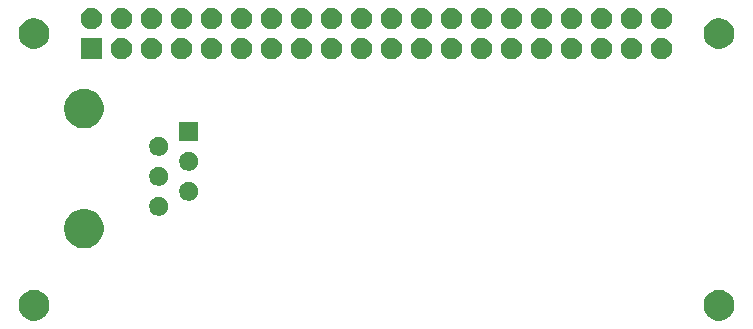
<source format=gbr>
G04 #@! TF.GenerationSoftware,KiCad,Pcbnew,5.1.5+dfsg1-2build2*
G04 #@! TF.CreationDate,2021-11-14T20:21:27+01:00*
G04 #@! TF.ProjectId,rpi-han-interface,7270692d-6861-46e2-9d69-6e7465726661,rev?*
G04 #@! TF.SameCoordinates,Original*
G04 #@! TF.FileFunction,Soldermask,Bot*
G04 #@! TF.FilePolarity,Negative*
%FSLAX46Y46*%
G04 Gerber Fmt 4.6, Leading zero omitted, Abs format (unit mm)*
G04 Created by KiCad (PCBNEW 5.1.5+dfsg1-2build2) date 2021-11-14 20:21:27*
%MOMM*%
%LPD*%
G04 APERTURE LIST*
%ADD10C,0.100000*%
G04 APERTURE END LIST*
D10*
G36*
X172889487Y-120173996D02*
G01*
X173126253Y-120272068D01*
X173126255Y-120272069D01*
X173339339Y-120414447D01*
X173520553Y-120595661D01*
X173662932Y-120808747D01*
X173761004Y-121045513D01*
X173811000Y-121296861D01*
X173811000Y-121553139D01*
X173761004Y-121804487D01*
X173662932Y-122041253D01*
X173662931Y-122041255D01*
X173520553Y-122254339D01*
X173339339Y-122435553D01*
X173126255Y-122577931D01*
X173126254Y-122577932D01*
X173126253Y-122577932D01*
X172889487Y-122676004D01*
X172638139Y-122726000D01*
X172381861Y-122726000D01*
X172130513Y-122676004D01*
X171893747Y-122577932D01*
X171893746Y-122577932D01*
X171893745Y-122577931D01*
X171680661Y-122435553D01*
X171499447Y-122254339D01*
X171357069Y-122041255D01*
X171357068Y-122041253D01*
X171258996Y-121804487D01*
X171209000Y-121553139D01*
X171209000Y-121296861D01*
X171258996Y-121045513D01*
X171357068Y-120808747D01*
X171499447Y-120595661D01*
X171680661Y-120414447D01*
X171893745Y-120272069D01*
X171893747Y-120272068D01*
X172130513Y-120173996D01*
X172381861Y-120124000D01*
X172638139Y-120124000D01*
X172889487Y-120173996D01*
G37*
G36*
X114889487Y-120173996D02*
G01*
X115126253Y-120272068D01*
X115126255Y-120272069D01*
X115339339Y-120414447D01*
X115520553Y-120595661D01*
X115662932Y-120808747D01*
X115761004Y-121045513D01*
X115811000Y-121296861D01*
X115811000Y-121553139D01*
X115761004Y-121804487D01*
X115662932Y-122041253D01*
X115662931Y-122041255D01*
X115520553Y-122254339D01*
X115339339Y-122435553D01*
X115126255Y-122577931D01*
X115126254Y-122577932D01*
X115126253Y-122577932D01*
X114889487Y-122676004D01*
X114638139Y-122726000D01*
X114381861Y-122726000D01*
X114130513Y-122676004D01*
X113893747Y-122577932D01*
X113893746Y-122577932D01*
X113893745Y-122577931D01*
X113680661Y-122435553D01*
X113499447Y-122254339D01*
X113357069Y-122041255D01*
X113357068Y-122041253D01*
X113258996Y-121804487D01*
X113209000Y-121553139D01*
X113209000Y-121296861D01*
X113258996Y-121045513D01*
X113357068Y-120808747D01*
X113499447Y-120595661D01*
X113680661Y-120414447D01*
X113893745Y-120272069D01*
X113893747Y-120272068D01*
X114130513Y-120173996D01*
X114381861Y-120124000D01*
X114638139Y-120124000D01*
X114889487Y-120173996D01*
G37*
G36*
X119233871Y-113323408D02*
G01*
X119538883Y-113449748D01*
X119813387Y-113633166D01*
X120046834Y-113866613D01*
X120230252Y-114141117D01*
X120356592Y-114446129D01*
X120421000Y-114769928D01*
X120421000Y-115100072D01*
X120356592Y-115423871D01*
X120230252Y-115728883D01*
X120046834Y-116003387D01*
X119813387Y-116236834D01*
X119538883Y-116420252D01*
X119233871Y-116546592D01*
X118910073Y-116611000D01*
X118579927Y-116611000D01*
X118256129Y-116546592D01*
X117951117Y-116420252D01*
X117676613Y-116236834D01*
X117443166Y-116003387D01*
X117259748Y-115728883D01*
X117133408Y-115423871D01*
X117069000Y-115100072D01*
X117069000Y-114769928D01*
X117133408Y-114446129D01*
X117259748Y-114141117D01*
X117443166Y-113866613D01*
X117676613Y-113633166D01*
X117951117Y-113449748D01*
X118256129Y-113323408D01*
X118579927Y-113259000D01*
X118910073Y-113259000D01*
X119233871Y-113323408D01*
G37*
G36*
X125331560Y-112255166D02*
G01*
X125479153Y-112316301D01*
X125611982Y-112405055D01*
X125724945Y-112518018D01*
X125813699Y-112650847D01*
X125874834Y-112798440D01*
X125906000Y-112955123D01*
X125906000Y-113114877D01*
X125874834Y-113271560D01*
X125813699Y-113419153D01*
X125724945Y-113551982D01*
X125611982Y-113664945D01*
X125479153Y-113753699D01*
X125479152Y-113753700D01*
X125479151Y-113753700D01*
X125331560Y-113814834D01*
X125174878Y-113846000D01*
X125015122Y-113846000D01*
X124858440Y-113814834D01*
X124710849Y-113753700D01*
X124710848Y-113753700D01*
X124710847Y-113753699D01*
X124578018Y-113664945D01*
X124465055Y-113551982D01*
X124376301Y-113419153D01*
X124315166Y-113271560D01*
X124284000Y-113114877D01*
X124284000Y-112955123D01*
X124315166Y-112798440D01*
X124376301Y-112650847D01*
X124465055Y-112518018D01*
X124578018Y-112405055D01*
X124710847Y-112316301D01*
X124858440Y-112255166D01*
X125015122Y-112224000D01*
X125174878Y-112224000D01*
X125331560Y-112255166D01*
G37*
G36*
X127871560Y-110985166D02*
G01*
X128019153Y-111046301D01*
X128151982Y-111135055D01*
X128264945Y-111248018D01*
X128353699Y-111380847D01*
X128414834Y-111528440D01*
X128446000Y-111685123D01*
X128446000Y-111844877D01*
X128414834Y-112001560D01*
X128353699Y-112149153D01*
X128264945Y-112281982D01*
X128151982Y-112394945D01*
X128019153Y-112483699D01*
X128019152Y-112483700D01*
X128019151Y-112483700D01*
X127871560Y-112544834D01*
X127714878Y-112576000D01*
X127555122Y-112576000D01*
X127398440Y-112544834D01*
X127250849Y-112483700D01*
X127250848Y-112483700D01*
X127250847Y-112483699D01*
X127118018Y-112394945D01*
X127005055Y-112281982D01*
X126916301Y-112149153D01*
X126855166Y-112001560D01*
X126824000Y-111844877D01*
X126824000Y-111685123D01*
X126855166Y-111528440D01*
X126916301Y-111380847D01*
X127005055Y-111248018D01*
X127118018Y-111135055D01*
X127250847Y-111046301D01*
X127398440Y-110985166D01*
X127555122Y-110954000D01*
X127714878Y-110954000D01*
X127871560Y-110985166D01*
G37*
G36*
X125331560Y-109715166D02*
G01*
X125479153Y-109776301D01*
X125611982Y-109865055D01*
X125724945Y-109978018D01*
X125813699Y-110110847D01*
X125874834Y-110258440D01*
X125906000Y-110415123D01*
X125906000Y-110574877D01*
X125874834Y-110731560D01*
X125813699Y-110879153D01*
X125724945Y-111011982D01*
X125611982Y-111124945D01*
X125479153Y-111213699D01*
X125479152Y-111213700D01*
X125479151Y-111213700D01*
X125331560Y-111274834D01*
X125174878Y-111306000D01*
X125015122Y-111306000D01*
X124858440Y-111274834D01*
X124710849Y-111213700D01*
X124710848Y-111213700D01*
X124710847Y-111213699D01*
X124578018Y-111124945D01*
X124465055Y-111011982D01*
X124376301Y-110879153D01*
X124315166Y-110731560D01*
X124284000Y-110574877D01*
X124284000Y-110415123D01*
X124315166Y-110258440D01*
X124376301Y-110110847D01*
X124465055Y-109978018D01*
X124578018Y-109865055D01*
X124710847Y-109776301D01*
X124858440Y-109715166D01*
X125015122Y-109684000D01*
X125174878Y-109684000D01*
X125331560Y-109715166D01*
G37*
G36*
X127871560Y-108445166D02*
G01*
X128019153Y-108506301D01*
X128151982Y-108595055D01*
X128264945Y-108708018D01*
X128353699Y-108840847D01*
X128414834Y-108988440D01*
X128446000Y-109145123D01*
X128446000Y-109304877D01*
X128414834Y-109461560D01*
X128353699Y-109609153D01*
X128264945Y-109741982D01*
X128151982Y-109854945D01*
X128019153Y-109943699D01*
X128019152Y-109943700D01*
X128019151Y-109943700D01*
X127871560Y-110004834D01*
X127714878Y-110036000D01*
X127555122Y-110036000D01*
X127398440Y-110004834D01*
X127250849Y-109943700D01*
X127250848Y-109943700D01*
X127250847Y-109943699D01*
X127118018Y-109854945D01*
X127005055Y-109741982D01*
X126916301Y-109609153D01*
X126855166Y-109461560D01*
X126824000Y-109304877D01*
X126824000Y-109145123D01*
X126855166Y-108988440D01*
X126916301Y-108840847D01*
X127005055Y-108708018D01*
X127118018Y-108595055D01*
X127250847Y-108506301D01*
X127398440Y-108445166D01*
X127555122Y-108414000D01*
X127714878Y-108414000D01*
X127871560Y-108445166D01*
G37*
G36*
X125331560Y-107175166D02*
G01*
X125479153Y-107236301D01*
X125611982Y-107325055D01*
X125724945Y-107438018D01*
X125813699Y-107570847D01*
X125874834Y-107718440D01*
X125906000Y-107875123D01*
X125906000Y-108034877D01*
X125874834Y-108191560D01*
X125813699Y-108339153D01*
X125724945Y-108471982D01*
X125611982Y-108584945D01*
X125479153Y-108673699D01*
X125479152Y-108673700D01*
X125479151Y-108673700D01*
X125331560Y-108734834D01*
X125174878Y-108766000D01*
X125015122Y-108766000D01*
X124858440Y-108734834D01*
X124710849Y-108673700D01*
X124710848Y-108673700D01*
X124710847Y-108673699D01*
X124578018Y-108584945D01*
X124465055Y-108471982D01*
X124376301Y-108339153D01*
X124315166Y-108191560D01*
X124284000Y-108034877D01*
X124284000Y-107875123D01*
X124315166Y-107718440D01*
X124376301Y-107570847D01*
X124465055Y-107438018D01*
X124578018Y-107325055D01*
X124710847Y-107236301D01*
X124858440Y-107175166D01*
X125015122Y-107144000D01*
X125174878Y-107144000D01*
X125331560Y-107175166D01*
G37*
G36*
X128446000Y-107496000D02*
G01*
X126824000Y-107496000D01*
X126824000Y-105874000D01*
X128446000Y-105874000D01*
X128446000Y-107496000D01*
G37*
G36*
X119071971Y-103131204D02*
G01*
X119233871Y-103163408D01*
X119538883Y-103289748D01*
X119813387Y-103473166D01*
X120046834Y-103706613D01*
X120230252Y-103981117D01*
X120356592Y-104286129D01*
X120421000Y-104609928D01*
X120421000Y-104940072D01*
X120356592Y-105263871D01*
X120230252Y-105568883D01*
X120046834Y-105843387D01*
X119813387Y-106076834D01*
X119538883Y-106260252D01*
X119233871Y-106386592D01*
X119071971Y-106418796D01*
X118910073Y-106451000D01*
X118579927Y-106451000D01*
X118418029Y-106418796D01*
X118256129Y-106386592D01*
X117951117Y-106260252D01*
X117676613Y-106076834D01*
X117443166Y-105843387D01*
X117259748Y-105568883D01*
X117133408Y-105263871D01*
X117069000Y-104940072D01*
X117069000Y-104609928D01*
X117133408Y-104286129D01*
X117259748Y-103981117D01*
X117443166Y-103706613D01*
X117676613Y-103473166D01*
X117951117Y-103289748D01*
X118256129Y-103163408D01*
X118418029Y-103131204D01*
X118579927Y-103099000D01*
X118910073Y-103099000D01*
X119071971Y-103131204D01*
G37*
G36*
X142353512Y-98798927D02*
G01*
X142502812Y-98828624D01*
X142666784Y-98896544D01*
X142814354Y-98995147D01*
X142939853Y-99120646D01*
X143038456Y-99268216D01*
X143106376Y-99432188D01*
X143141000Y-99606259D01*
X143141000Y-99783741D01*
X143106376Y-99957812D01*
X143038456Y-100121784D01*
X142939853Y-100269354D01*
X142814354Y-100394853D01*
X142666784Y-100493456D01*
X142502812Y-100561376D01*
X142353512Y-100591073D01*
X142328742Y-100596000D01*
X142151258Y-100596000D01*
X142126488Y-100591073D01*
X141977188Y-100561376D01*
X141813216Y-100493456D01*
X141665646Y-100394853D01*
X141540147Y-100269354D01*
X141441544Y-100121784D01*
X141373624Y-99957812D01*
X141339000Y-99783741D01*
X141339000Y-99606259D01*
X141373624Y-99432188D01*
X141441544Y-99268216D01*
X141540147Y-99120646D01*
X141665646Y-98995147D01*
X141813216Y-98896544D01*
X141977188Y-98828624D01*
X142126488Y-98798927D01*
X142151258Y-98794000D01*
X142328742Y-98794000D01*
X142353512Y-98798927D01*
G37*
G36*
X157593512Y-98798927D02*
G01*
X157742812Y-98828624D01*
X157906784Y-98896544D01*
X158054354Y-98995147D01*
X158179853Y-99120646D01*
X158278456Y-99268216D01*
X158346376Y-99432188D01*
X158381000Y-99606259D01*
X158381000Y-99783741D01*
X158346376Y-99957812D01*
X158278456Y-100121784D01*
X158179853Y-100269354D01*
X158054354Y-100394853D01*
X157906784Y-100493456D01*
X157742812Y-100561376D01*
X157593512Y-100591073D01*
X157568742Y-100596000D01*
X157391258Y-100596000D01*
X157366488Y-100591073D01*
X157217188Y-100561376D01*
X157053216Y-100493456D01*
X156905646Y-100394853D01*
X156780147Y-100269354D01*
X156681544Y-100121784D01*
X156613624Y-99957812D01*
X156579000Y-99783741D01*
X156579000Y-99606259D01*
X156613624Y-99432188D01*
X156681544Y-99268216D01*
X156780147Y-99120646D01*
X156905646Y-98995147D01*
X157053216Y-98896544D01*
X157217188Y-98828624D01*
X157366488Y-98798927D01*
X157391258Y-98794000D01*
X157568742Y-98794000D01*
X157593512Y-98798927D01*
G37*
G36*
X144893512Y-98798927D02*
G01*
X145042812Y-98828624D01*
X145206784Y-98896544D01*
X145354354Y-98995147D01*
X145479853Y-99120646D01*
X145578456Y-99268216D01*
X145646376Y-99432188D01*
X145681000Y-99606259D01*
X145681000Y-99783741D01*
X145646376Y-99957812D01*
X145578456Y-100121784D01*
X145479853Y-100269354D01*
X145354354Y-100394853D01*
X145206784Y-100493456D01*
X145042812Y-100561376D01*
X144893512Y-100591073D01*
X144868742Y-100596000D01*
X144691258Y-100596000D01*
X144666488Y-100591073D01*
X144517188Y-100561376D01*
X144353216Y-100493456D01*
X144205646Y-100394853D01*
X144080147Y-100269354D01*
X143981544Y-100121784D01*
X143913624Y-99957812D01*
X143879000Y-99783741D01*
X143879000Y-99606259D01*
X143913624Y-99432188D01*
X143981544Y-99268216D01*
X144080147Y-99120646D01*
X144205646Y-98995147D01*
X144353216Y-98896544D01*
X144517188Y-98828624D01*
X144666488Y-98798927D01*
X144691258Y-98794000D01*
X144868742Y-98794000D01*
X144893512Y-98798927D01*
G37*
G36*
X147433512Y-98798927D02*
G01*
X147582812Y-98828624D01*
X147746784Y-98896544D01*
X147894354Y-98995147D01*
X148019853Y-99120646D01*
X148118456Y-99268216D01*
X148186376Y-99432188D01*
X148221000Y-99606259D01*
X148221000Y-99783741D01*
X148186376Y-99957812D01*
X148118456Y-100121784D01*
X148019853Y-100269354D01*
X147894354Y-100394853D01*
X147746784Y-100493456D01*
X147582812Y-100561376D01*
X147433512Y-100591073D01*
X147408742Y-100596000D01*
X147231258Y-100596000D01*
X147206488Y-100591073D01*
X147057188Y-100561376D01*
X146893216Y-100493456D01*
X146745646Y-100394853D01*
X146620147Y-100269354D01*
X146521544Y-100121784D01*
X146453624Y-99957812D01*
X146419000Y-99783741D01*
X146419000Y-99606259D01*
X146453624Y-99432188D01*
X146521544Y-99268216D01*
X146620147Y-99120646D01*
X146745646Y-98995147D01*
X146893216Y-98896544D01*
X147057188Y-98828624D01*
X147206488Y-98798927D01*
X147231258Y-98794000D01*
X147408742Y-98794000D01*
X147433512Y-98798927D01*
G37*
G36*
X149973512Y-98798927D02*
G01*
X150122812Y-98828624D01*
X150286784Y-98896544D01*
X150434354Y-98995147D01*
X150559853Y-99120646D01*
X150658456Y-99268216D01*
X150726376Y-99432188D01*
X150761000Y-99606259D01*
X150761000Y-99783741D01*
X150726376Y-99957812D01*
X150658456Y-100121784D01*
X150559853Y-100269354D01*
X150434354Y-100394853D01*
X150286784Y-100493456D01*
X150122812Y-100561376D01*
X149973512Y-100591073D01*
X149948742Y-100596000D01*
X149771258Y-100596000D01*
X149746488Y-100591073D01*
X149597188Y-100561376D01*
X149433216Y-100493456D01*
X149285646Y-100394853D01*
X149160147Y-100269354D01*
X149061544Y-100121784D01*
X148993624Y-99957812D01*
X148959000Y-99783741D01*
X148959000Y-99606259D01*
X148993624Y-99432188D01*
X149061544Y-99268216D01*
X149160147Y-99120646D01*
X149285646Y-98995147D01*
X149433216Y-98896544D01*
X149597188Y-98828624D01*
X149746488Y-98798927D01*
X149771258Y-98794000D01*
X149948742Y-98794000D01*
X149973512Y-98798927D01*
G37*
G36*
X152513512Y-98798927D02*
G01*
X152662812Y-98828624D01*
X152826784Y-98896544D01*
X152974354Y-98995147D01*
X153099853Y-99120646D01*
X153198456Y-99268216D01*
X153266376Y-99432188D01*
X153301000Y-99606259D01*
X153301000Y-99783741D01*
X153266376Y-99957812D01*
X153198456Y-100121784D01*
X153099853Y-100269354D01*
X152974354Y-100394853D01*
X152826784Y-100493456D01*
X152662812Y-100561376D01*
X152513512Y-100591073D01*
X152488742Y-100596000D01*
X152311258Y-100596000D01*
X152286488Y-100591073D01*
X152137188Y-100561376D01*
X151973216Y-100493456D01*
X151825646Y-100394853D01*
X151700147Y-100269354D01*
X151601544Y-100121784D01*
X151533624Y-99957812D01*
X151499000Y-99783741D01*
X151499000Y-99606259D01*
X151533624Y-99432188D01*
X151601544Y-99268216D01*
X151700147Y-99120646D01*
X151825646Y-98995147D01*
X151973216Y-98896544D01*
X152137188Y-98828624D01*
X152286488Y-98798927D01*
X152311258Y-98794000D01*
X152488742Y-98794000D01*
X152513512Y-98798927D01*
G37*
G36*
X155053512Y-98798927D02*
G01*
X155202812Y-98828624D01*
X155366784Y-98896544D01*
X155514354Y-98995147D01*
X155639853Y-99120646D01*
X155738456Y-99268216D01*
X155806376Y-99432188D01*
X155841000Y-99606259D01*
X155841000Y-99783741D01*
X155806376Y-99957812D01*
X155738456Y-100121784D01*
X155639853Y-100269354D01*
X155514354Y-100394853D01*
X155366784Y-100493456D01*
X155202812Y-100561376D01*
X155053512Y-100591073D01*
X155028742Y-100596000D01*
X154851258Y-100596000D01*
X154826488Y-100591073D01*
X154677188Y-100561376D01*
X154513216Y-100493456D01*
X154365646Y-100394853D01*
X154240147Y-100269354D01*
X154141544Y-100121784D01*
X154073624Y-99957812D01*
X154039000Y-99783741D01*
X154039000Y-99606259D01*
X154073624Y-99432188D01*
X154141544Y-99268216D01*
X154240147Y-99120646D01*
X154365646Y-98995147D01*
X154513216Y-98896544D01*
X154677188Y-98828624D01*
X154826488Y-98798927D01*
X154851258Y-98794000D01*
X155028742Y-98794000D01*
X155053512Y-98798927D01*
G37*
G36*
X160133512Y-98798927D02*
G01*
X160282812Y-98828624D01*
X160446784Y-98896544D01*
X160594354Y-98995147D01*
X160719853Y-99120646D01*
X160818456Y-99268216D01*
X160886376Y-99432188D01*
X160921000Y-99606259D01*
X160921000Y-99783741D01*
X160886376Y-99957812D01*
X160818456Y-100121784D01*
X160719853Y-100269354D01*
X160594354Y-100394853D01*
X160446784Y-100493456D01*
X160282812Y-100561376D01*
X160133512Y-100591073D01*
X160108742Y-100596000D01*
X159931258Y-100596000D01*
X159906488Y-100591073D01*
X159757188Y-100561376D01*
X159593216Y-100493456D01*
X159445646Y-100394853D01*
X159320147Y-100269354D01*
X159221544Y-100121784D01*
X159153624Y-99957812D01*
X159119000Y-99783741D01*
X159119000Y-99606259D01*
X159153624Y-99432188D01*
X159221544Y-99268216D01*
X159320147Y-99120646D01*
X159445646Y-98995147D01*
X159593216Y-98896544D01*
X159757188Y-98828624D01*
X159906488Y-98798927D01*
X159931258Y-98794000D01*
X160108742Y-98794000D01*
X160133512Y-98798927D01*
G37*
G36*
X162673512Y-98798927D02*
G01*
X162822812Y-98828624D01*
X162986784Y-98896544D01*
X163134354Y-98995147D01*
X163259853Y-99120646D01*
X163358456Y-99268216D01*
X163426376Y-99432188D01*
X163461000Y-99606259D01*
X163461000Y-99783741D01*
X163426376Y-99957812D01*
X163358456Y-100121784D01*
X163259853Y-100269354D01*
X163134354Y-100394853D01*
X162986784Y-100493456D01*
X162822812Y-100561376D01*
X162673512Y-100591073D01*
X162648742Y-100596000D01*
X162471258Y-100596000D01*
X162446488Y-100591073D01*
X162297188Y-100561376D01*
X162133216Y-100493456D01*
X161985646Y-100394853D01*
X161860147Y-100269354D01*
X161761544Y-100121784D01*
X161693624Y-99957812D01*
X161659000Y-99783741D01*
X161659000Y-99606259D01*
X161693624Y-99432188D01*
X161761544Y-99268216D01*
X161860147Y-99120646D01*
X161985646Y-98995147D01*
X162133216Y-98896544D01*
X162297188Y-98828624D01*
X162446488Y-98798927D01*
X162471258Y-98794000D01*
X162648742Y-98794000D01*
X162673512Y-98798927D01*
G37*
G36*
X167753512Y-98798927D02*
G01*
X167902812Y-98828624D01*
X168066784Y-98896544D01*
X168214354Y-98995147D01*
X168339853Y-99120646D01*
X168438456Y-99268216D01*
X168506376Y-99432188D01*
X168541000Y-99606259D01*
X168541000Y-99783741D01*
X168506376Y-99957812D01*
X168438456Y-100121784D01*
X168339853Y-100269354D01*
X168214354Y-100394853D01*
X168066784Y-100493456D01*
X167902812Y-100561376D01*
X167753512Y-100591073D01*
X167728742Y-100596000D01*
X167551258Y-100596000D01*
X167526488Y-100591073D01*
X167377188Y-100561376D01*
X167213216Y-100493456D01*
X167065646Y-100394853D01*
X166940147Y-100269354D01*
X166841544Y-100121784D01*
X166773624Y-99957812D01*
X166739000Y-99783741D01*
X166739000Y-99606259D01*
X166773624Y-99432188D01*
X166841544Y-99268216D01*
X166940147Y-99120646D01*
X167065646Y-98995147D01*
X167213216Y-98896544D01*
X167377188Y-98828624D01*
X167526488Y-98798927D01*
X167551258Y-98794000D01*
X167728742Y-98794000D01*
X167753512Y-98798927D01*
G37*
G36*
X137273512Y-98798927D02*
G01*
X137422812Y-98828624D01*
X137586784Y-98896544D01*
X137734354Y-98995147D01*
X137859853Y-99120646D01*
X137958456Y-99268216D01*
X138026376Y-99432188D01*
X138061000Y-99606259D01*
X138061000Y-99783741D01*
X138026376Y-99957812D01*
X137958456Y-100121784D01*
X137859853Y-100269354D01*
X137734354Y-100394853D01*
X137586784Y-100493456D01*
X137422812Y-100561376D01*
X137273512Y-100591073D01*
X137248742Y-100596000D01*
X137071258Y-100596000D01*
X137046488Y-100591073D01*
X136897188Y-100561376D01*
X136733216Y-100493456D01*
X136585646Y-100394853D01*
X136460147Y-100269354D01*
X136361544Y-100121784D01*
X136293624Y-99957812D01*
X136259000Y-99783741D01*
X136259000Y-99606259D01*
X136293624Y-99432188D01*
X136361544Y-99268216D01*
X136460147Y-99120646D01*
X136585646Y-98995147D01*
X136733216Y-98896544D01*
X136897188Y-98828624D01*
X137046488Y-98798927D01*
X137071258Y-98794000D01*
X137248742Y-98794000D01*
X137273512Y-98798927D01*
G37*
G36*
X134733512Y-98798927D02*
G01*
X134882812Y-98828624D01*
X135046784Y-98896544D01*
X135194354Y-98995147D01*
X135319853Y-99120646D01*
X135418456Y-99268216D01*
X135486376Y-99432188D01*
X135521000Y-99606259D01*
X135521000Y-99783741D01*
X135486376Y-99957812D01*
X135418456Y-100121784D01*
X135319853Y-100269354D01*
X135194354Y-100394853D01*
X135046784Y-100493456D01*
X134882812Y-100561376D01*
X134733512Y-100591073D01*
X134708742Y-100596000D01*
X134531258Y-100596000D01*
X134506488Y-100591073D01*
X134357188Y-100561376D01*
X134193216Y-100493456D01*
X134045646Y-100394853D01*
X133920147Y-100269354D01*
X133821544Y-100121784D01*
X133753624Y-99957812D01*
X133719000Y-99783741D01*
X133719000Y-99606259D01*
X133753624Y-99432188D01*
X133821544Y-99268216D01*
X133920147Y-99120646D01*
X134045646Y-98995147D01*
X134193216Y-98896544D01*
X134357188Y-98828624D01*
X134506488Y-98798927D01*
X134531258Y-98794000D01*
X134708742Y-98794000D01*
X134733512Y-98798927D01*
G37*
G36*
X132193512Y-98798927D02*
G01*
X132342812Y-98828624D01*
X132506784Y-98896544D01*
X132654354Y-98995147D01*
X132779853Y-99120646D01*
X132878456Y-99268216D01*
X132946376Y-99432188D01*
X132981000Y-99606259D01*
X132981000Y-99783741D01*
X132946376Y-99957812D01*
X132878456Y-100121784D01*
X132779853Y-100269354D01*
X132654354Y-100394853D01*
X132506784Y-100493456D01*
X132342812Y-100561376D01*
X132193512Y-100591073D01*
X132168742Y-100596000D01*
X131991258Y-100596000D01*
X131966488Y-100591073D01*
X131817188Y-100561376D01*
X131653216Y-100493456D01*
X131505646Y-100394853D01*
X131380147Y-100269354D01*
X131281544Y-100121784D01*
X131213624Y-99957812D01*
X131179000Y-99783741D01*
X131179000Y-99606259D01*
X131213624Y-99432188D01*
X131281544Y-99268216D01*
X131380147Y-99120646D01*
X131505646Y-98995147D01*
X131653216Y-98896544D01*
X131817188Y-98828624D01*
X131966488Y-98798927D01*
X131991258Y-98794000D01*
X132168742Y-98794000D01*
X132193512Y-98798927D01*
G37*
G36*
X129653512Y-98798927D02*
G01*
X129802812Y-98828624D01*
X129966784Y-98896544D01*
X130114354Y-98995147D01*
X130239853Y-99120646D01*
X130338456Y-99268216D01*
X130406376Y-99432188D01*
X130441000Y-99606259D01*
X130441000Y-99783741D01*
X130406376Y-99957812D01*
X130338456Y-100121784D01*
X130239853Y-100269354D01*
X130114354Y-100394853D01*
X129966784Y-100493456D01*
X129802812Y-100561376D01*
X129653512Y-100591073D01*
X129628742Y-100596000D01*
X129451258Y-100596000D01*
X129426488Y-100591073D01*
X129277188Y-100561376D01*
X129113216Y-100493456D01*
X128965646Y-100394853D01*
X128840147Y-100269354D01*
X128741544Y-100121784D01*
X128673624Y-99957812D01*
X128639000Y-99783741D01*
X128639000Y-99606259D01*
X128673624Y-99432188D01*
X128741544Y-99268216D01*
X128840147Y-99120646D01*
X128965646Y-98995147D01*
X129113216Y-98896544D01*
X129277188Y-98828624D01*
X129426488Y-98798927D01*
X129451258Y-98794000D01*
X129628742Y-98794000D01*
X129653512Y-98798927D01*
G37*
G36*
X127113512Y-98798927D02*
G01*
X127262812Y-98828624D01*
X127426784Y-98896544D01*
X127574354Y-98995147D01*
X127699853Y-99120646D01*
X127798456Y-99268216D01*
X127866376Y-99432188D01*
X127901000Y-99606259D01*
X127901000Y-99783741D01*
X127866376Y-99957812D01*
X127798456Y-100121784D01*
X127699853Y-100269354D01*
X127574354Y-100394853D01*
X127426784Y-100493456D01*
X127262812Y-100561376D01*
X127113512Y-100591073D01*
X127088742Y-100596000D01*
X126911258Y-100596000D01*
X126886488Y-100591073D01*
X126737188Y-100561376D01*
X126573216Y-100493456D01*
X126425646Y-100394853D01*
X126300147Y-100269354D01*
X126201544Y-100121784D01*
X126133624Y-99957812D01*
X126099000Y-99783741D01*
X126099000Y-99606259D01*
X126133624Y-99432188D01*
X126201544Y-99268216D01*
X126300147Y-99120646D01*
X126425646Y-98995147D01*
X126573216Y-98896544D01*
X126737188Y-98828624D01*
X126886488Y-98798927D01*
X126911258Y-98794000D01*
X127088742Y-98794000D01*
X127113512Y-98798927D01*
G37*
G36*
X124573512Y-98798927D02*
G01*
X124722812Y-98828624D01*
X124886784Y-98896544D01*
X125034354Y-98995147D01*
X125159853Y-99120646D01*
X125258456Y-99268216D01*
X125326376Y-99432188D01*
X125361000Y-99606259D01*
X125361000Y-99783741D01*
X125326376Y-99957812D01*
X125258456Y-100121784D01*
X125159853Y-100269354D01*
X125034354Y-100394853D01*
X124886784Y-100493456D01*
X124722812Y-100561376D01*
X124573512Y-100591073D01*
X124548742Y-100596000D01*
X124371258Y-100596000D01*
X124346488Y-100591073D01*
X124197188Y-100561376D01*
X124033216Y-100493456D01*
X123885646Y-100394853D01*
X123760147Y-100269354D01*
X123661544Y-100121784D01*
X123593624Y-99957812D01*
X123559000Y-99783741D01*
X123559000Y-99606259D01*
X123593624Y-99432188D01*
X123661544Y-99268216D01*
X123760147Y-99120646D01*
X123885646Y-98995147D01*
X124033216Y-98896544D01*
X124197188Y-98828624D01*
X124346488Y-98798927D01*
X124371258Y-98794000D01*
X124548742Y-98794000D01*
X124573512Y-98798927D01*
G37*
G36*
X122033512Y-98798927D02*
G01*
X122182812Y-98828624D01*
X122346784Y-98896544D01*
X122494354Y-98995147D01*
X122619853Y-99120646D01*
X122718456Y-99268216D01*
X122786376Y-99432188D01*
X122821000Y-99606259D01*
X122821000Y-99783741D01*
X122786376Y-99957812D01*
X122718456Y-100121784D01*
X122619853Y-100269354D01*
X122494354Y-100394853D01*
X122346784Y-100493456D01*
X122182812Y-100561376D01*
X122033512Y-100591073D01*
X122008742Y-100596000D01*
X121831258Y-100596000D01*
X121806488Y-100591073D01*
X121657188Y-100561376D01*
X121493216Y-100493456D01*
X121345646Y-100394853D01*
X121220147Y-100269354D01*
X121121544Y-100121784D01*
X121053624Y-99957812D01*
X121019000Y-99783741D01*
X121019000Y-99606259D01*
X121053624Y-99432188D01*
X121121544Y-99268216D01*
X121220147Y-99120646D01*
X121345646Y-98995147D01*
X121493216Y-98896544D01*
X121657188Y-98828624D01*
X121806488Y-98798927D01*
X121831258Y-98794000D01*
X122008742Y-98794000D01*
X122033512Y-98798927D01*
G37*
G36*
X165213512Y-98798927D02*
G01*
X165362812Y-98828624D01*
X165526784Y-98896544D01*
X165674354Y-98995147D01*
X165799853Y-99120646D01*
X165898456Y-99268216D01*
X165966376Y-99432188D01*
X166001000Y-99606259D01*
X166001000Y-99783741D01*
X165966376Y-99957812D01*
X165898456Y-100121784D01*
X165799853Y-100269354D01*
X165674354Y-100394853D01*
X165526784Y-100493456D01*
X165362812Y-100561376D01*
X165213512Y-100591073D01*
X165188742Y-100596000D01*
X165011258Y-100596000D01*
X164986488Y-100591073D01*
X164837188Y-100561376D01*
X164673216Y-100493456D01*
X164525646Y-100394853D01*
X164400147Y-100269354D01*
X164301544Y-100121784D01*
X164233624Y-99957812D01*
X164199000Y-99783741D01*
X164199000Y-99606259D01*
X164233624Y-99432188D01*
X164301544Y-99268216D01*
X164400147Y-99120646D01*
X164525646Y-98995147D01*
X164673216Y-98896544D01*
X164837188Y-98828624D01*
X164986488Y-98798927D01*
X165011258Y-98794000D01*
X165188742Y-98794000D01*
X165213512Y-98798927D01*
G37*
G36*
X120281000Y-100596000D02*
G01*
X118479000Y-100596000D01*
X118479000Y-98794000D01*
X120281000Y-98794000D01*
X120281000Y-100596000D01*
G37*
G36*
X139813512Y-98798927D02*
G01*
X139962812Y-98828624D01*
X140126784Y-98896544D01*
X140274354Y-98995147D01*
X140399853Y-99120646D01*
X140498456Y-99268216D01*
X140566376Y-99432188D01*
X140601000Y-99606259D01*
X140601000Y-99783741D01*
X140566376Y-99957812D01*
X140498456Y-100121784D01*
X140399853Y-100269354D01*
X140274354Y-100394853D01*
X140126784Y-100493456D01*
X139962812Y-100561376D01*
X139813512Y-100591073D01*
X139788742Y-100596000D01*
X139611258Y-100596000D01*
X139586488Y-100591073D01*
X139437188Y-100561376D01*
X139273216Y-100493456D01*
X139125646Y-100394853D01*
X139000147Y-100269354D01*
X138901544Y-100121784D01*
X138833624Y-99957812D01*
X138799000Y-99783741D01*
X138799000Y-99606259D01*
X138833624Y-99432188D01*
X138901544Y-99268216D01*
X139000147Y-99120646D01*
X139125646Y-98995147D01*
X139273216Y-98896544D01*
X139437188Y-98828624D01*
X139586488Y-98798927D01*
X139611258Y-98794000D01*
X139788742Y-98794000D01*
X139813512Y-98798927D01*
G37*
G36*
X172889487Y-97173996D02*
G01*
X173057868Y-97243742D01*
X173126255Y-97272069D01*
X173339339Y-97414447D01*
X173520553Y-97595661D01*
X173609884Y-97729354D01*
X173662932Y-97808747D01*
X173761004Y-98045513D01*
X173811000Y-98296861D01*
X173811000Y-98553139D01*
X173761004Y-98804487D01*
X173682030Y-98995147D01*
X173662931Y-99041255D01*
X173520553Y-99254339D01*
X173339339Y-99435553D01*
X173126255Y-99577931D01*
X173126254Y-99577932D01*
X173126253Y-99577932D01*
X172889487Y-99676004D01*
X172638139Y-99726000D01*
X172381861Y-99726000D01*
X172130513Y-99676004D01*
X171893747Y-99577932D01*
X171893746Y-99577932D01*
X171893745Y-99577931D01*
X171680661Y-99435553D01*
X171499447Y-99254339D01*
X171357069Y-99041255D01*
X171337970Y-98995147D01*
X171258996Y-98804487D01*
X171209000Y-98553139D01*
X171209000Y-98296861D01*
X171258996Y-98045513D01*
X171357068Y-97808747D01*
X171410117Y-97729354D01*
X171499447Y-97595661D01*
X171680661Y-97414447D01*
X171893745Y-97272069D01*
X171962132Y-97243742D01*
X172130513Y-97173996D01*
X172381861Y-97124000D01*
X172638139Y-97124000D01*
X172889487Y-97173996D01*
G37*
G36*
X114889487Y-97173996D02*
G01*
X115057868Y-97243742D01*
X115126255Y-97272069D01*
X115339339Y-97414447D01*
X115520553Y-97595661D01*
X115609884Y-97729354D01*
X115662932Y-97808747D01*
X115761004Y-98045513D01*
X115811000Y-98296861D01*
X115811000Y-98553139D01*
X115761004Y-98804487D01*
X115682030Y-98995147D01*
X115662931Y-99041255D01*
X115520553Y-99254339D01*
X115339339Y-99435553D01*
X115126255Y-99577931D01*
X115126254Y-99577932D01*
X115126253Y-99577932D01*
X114889487Y-99676004D01*
X114638139Y-99726000D01*
X114381861Y-99726000D01*
X114130513Y-99676004D01*
X113893747Y-99577932D01*
X113893746Y-99577932D01*
X113893745Y-99577931D01*
X113680661Y-99435553D01*
X113499447Y-99254339D01*
X113357069Y-99041255D01*
X113337970Y-98995147D01*
X113258996Y-98804487D01*
X113209000Y-98553139D01*
X113209000Y-98296861D01*
X113258996Y-98045513D01*
X113357068Y-97808747D01*
X113410117Y-97729354D01*
X113499447Y-97595661D01*
X113680661Y-97414447D01*
X113893745Y-97272069D01*
X113962132Y-97243742D01*
X114130513Y-97173996D01*
X114381861Y-97124000D01*
X114638139Y-97124000D01*
X114889487Y-97173996D01*
G37*
G36*
X155053512Y-96258927D02*
G01*
X155202812Y-96288624D01*
X155366784Y-96356544D01*
X155514354Y-96455147D01*
X155639853Y-96580646D01*
X155738456Y-96728216D01*
X155806376Y-96892188D01*
X155841000Y-97066259D01*
X155841000Y-97243741D01*
X155806376Y-97417812D01*
X155738456Y-97581784D01*
X155639853Y-97729354D01*
X155514354Y-97854853D01*
X155366784Y-97953456D01*
X155202812Y-98021376D01*
X155053512Y-98051073D01*
X155028742Y-98056000D01*
X154851258Y-98056000D01*
X154826488Y-98051073D01*
X154677188Y-98021376D01*
X154513216Y-97953456D01*
X154365646Y-97854853D01*
X154240147Y-97729354D01*
X154141544Y-97581784D01*
X154073624Y-97417812D01*
X154039000Y-97243741D01*
X154039000Y-97066259D01*
X154073624Y-96892188D01*
X154141544Y-96728216D01*
X154240147Y-96580646D01*
X154365646Y-96455147D01*
X154513216Y-96356544D01*
X154677188Y-96288624D01*
X154826488Y-96258927D01*
X154851258Y-96254000D01*
X155028742Y-96254000D01*
X155053512Y-96258927D01*
G37*
G36*
X157593512Y-96258927D02*
G01*
X157742812Y-96288624D01*
X157906784Y-96356544D01*
X158054354Y-96455147D01*
X158179853Y-96580646D01*
X158278456Y-96728216D01*
X158346376Y-96892188D01*
X158381000Y-97066259D01*
X158381000Y-97243741D01*
X158346376Y-97417812D01*
X158278456Y-97581784D01*
X158179853Y-97729354D01*
X158054354Y-97854853D01*
X157906784Y-97953456D01*
X157742812Y-98021376D01*
X157593512Y-98051073D01*
X157568742Y-98056000D01*
X157391258Y-98056000D01*
X157366488Y-98051073D01*
X157217188Y-98021376D01*
X157053216Y-97953456D01*
X156905646Y-97854853D01*
X156780147Y-97729354D01*
X156681544Y-97581784D01*
X156613624Y-97417812D01*
X156579000Y-97243741D01*
X156579000Y-97066259D01*
X156613624Y-96892188D01*
X156681544Y-96728216D01*
X156780147Y-96580646D01*
X156905646Y-96455147D01*
X157053216Y-96356544D01*
X157217188Y-96288624D01*
X157366488Y-96258927D01*
X157391258Y-96254000D01*
X157568742Y-96254000D01*
X157593512Y-96258927D01*
G37*
G36*
X144893512Y-96258927D02*
G01*
X145042812Y-96288624D01*
X145206784Y-96356544D01*
X145354354Y-96455147D01*
X145479853Y-96580646D01*
X145578456Y-96728216D01*
X145646376Y-96892188D01*
X145681000Y-97066259D01*
X145681000Y-97243741D01*
X145646376Y-97417812D01*
X145578456Y-97581784D01*
X145479853Y-97729354D01*
X145354354Y-97854853D01*
X145206784Y-97953456D01*
X145042812Y-98021376D01*
X144893512Y-98051073D01*
X144868742Y-98056000D01*
X144691258Y-98056000D01*
X144666488Y-98051073D01*
X144517188Y-98021376D01*
X144353216Y-97953456D01*
X144205646Y-97854853D01*
X144080147Y-97729354D01*
X143981544Y-97581784D01*
X143913624Y-97417812D01*
X143879000Y-97243741D01*
X143879000Y-97066259D01*
X143913624Y-96892188D01*
X143981544Y-96728216D01*
X144080147Y-96580646D01*
X144205646Y-96455147D01*
X144353216Y-96356544D01*
X144517188Y-96288624D01*
X144666488Y-96258927D01*
X144691258Y-96254000D01*
X144868742Y-96254000D01*
X144893512Y-96258927D01*
G37*
G36*
X142353512Y-96258927D02*
G01*
X142502812Y-96288624D01*
X142666784Y-96356544D01*
X142814354Y-96455147D01*
X142939853Y-96580646D01*
X143038456Y-96728216D01*
X143106376Y-96892188D01*
X143141000Y-97066259D01*
X143141000Y-97243741D01*
X143106376Y-97417812D01*
X143038456Y-97581784D01*
X142939853Y-97729354D01*
X142814354Y-97854853D01*
X142666784Y-97953456D01*
X142502812Y-98021376D01*
X142353512Y-98051073D01*
X142328742Y-98056000D01*
X142151258Y-98056000D01*
X142126488Y-98051073D01*
X141977188Y-98021376D01*
X141813216Y-97953456D01*
X141665646Y-97854853D01*
X141540147Y-97729354D01*
X141441544Y-97581784D01*
X141373624Y-97417812D01*
X141339000Y-97243741D01*
X141339000Y-97066259D01*
X141373624Y-96892188D01*
X141441544Y-96728216D01*
X141540147Y-96580646D01*
X141665646Y-96455147D01*
X141813216Y-96356544D01*
X141977188Y-96288624D01*
X142126488Y-96258927D01*
X142151258Y-96254000D01*
X142328742Y-96254000D01*
X142353512Y-96258927D01*
G37*
G36*
X139813512Y-96258927D02*
G01*
X139962812Y-96288624D01*
X140126784Y-96356544D01*
X140274354Y-96455147D01*
X140399853Y-96580646D01*
X140498456Y-96728216D01*
X140566376Y-96892188D01*
X140601000Y-97066259D01*
X140601000Y-97243741D01*
X140566376Y-97417812D01*
X140498456Y-97581784D01*
X140399853Y-97729354D01*
X140274354Y-97854853D01*
X140126784Y-97953456D01*
X139962812Y-98021376D01*
X139813512Y-98051073D01*
X139788742Y-98056000D01*
X139611258Y-98056000D01*
X139586488Y-98051073D01*
X139437188Y-98021376D01*
X139273216Y-97953456D01*
X139125646Y-97854853D01*
X139000147Y-97729354D01*
X138901544Y-97581784D01*
X138833624Y-97417812D01*
X138799000Y-97243741D01*
X138799000Y-97066259D01*
X138833624Y-96892188D01*
X138901544Y-96728216D01*
X139000147Y-96580646D01*
X139125646Y-96455147D01*
X139273216Y-96356544D01*
X139437188Y-96288624D01*
X139586488Y-96258927D01*
X139611258Y-96254000D01*
X139788742Y-96254000D01*
X139813512Y-96258927D01*
G37*
G36*
X137273512Y-96258927D02*
G01*
X137422812Y-96288624D01*
X137586784Y-96356544D01*
X137734354Y-96455147D01*
X137859853Y-96580646D01*
X137958456Y-96728216D01*
X138026376Y-96892188D01*
X138061000Y-97066259D01*
X138061000Y-97243741D01*
X138026376Y-97417812D01*
X137958456Y-97581784D01*
X137859853Y-97729354D01*
X137734354Y-97854853D01*
X137586784Y-97953456D01*
X137422812Y-98021376D01*
X137273512Y-98051073D01*
X137248742Y-98056000D01*
X137071258Y-98056000D01*
X137046488Y-98051073D01*
X136897188Y-98021376D01*
X136733216Y-97953456D01*
X136585646Y-97854853D01*
X136460147Y-97729354D01*
X136361544Y-97581784D01*
X136293624Y-97417812D01*
X136259000Y-97243741D01*
X136259000Y-97066259D01*
X136293624Y-96892188D01*
X136361544Y-96728216D01*
X136460147Y-96580646D01*
X136585646Y-96455147D01*
X136733216Y-96356544D01*
X136897188Y-96288624D01*
X137046488Y-96258927D01*
X137071258Y-96254000D01*
X137248742Y-96254000D01*
X137273512Y-96258927D01*
G37*
G36*
X134733512Y-96258927D02*
G01*
X134882812Y-96288624D01*
X135046784Y-96356544D01*
X135194354Y-96455147D01*
X135319853Y-96580646D01*
X135418456Y-96728216D01*
X135486376Y-96892188D01*
X135521000Y-97066259D01*
X135521000Y-97243741D01*
X135486376Y-97417812D01*
X135418456Y-97581784D01*
X135319853Y-97729354D01*
X135194354Y-97854853D01*
X135046784Y-97953456D01*
X134882812Y-98021376D01*
X134733512Y-98051073D01*
X134708742Y-98056000D01*
X134531258Y-98056000D01*
X134506488Y-98051073D01*
X134357188Y-98021376D01*
X134193216Y-97953456D01*
X134045646Y-97854853D01*
X133920147Y-97729354D01*
X133821544Y-97581784D01*
X133753624Y-97417812D01*
X133719000Y-97243741D01*
X133719000Y-97066259D01*
X133753624Y-96892188D01*
X133821544Y-96728216D01*
X133920147Y-96580646D01*
X134045646Y-96455147D01*
X134193216Y-96356544D01*
X134357188Y-96288624D01*
X134506488Y-96258927D01*
X134531258Y-96254000D01*
X134708742Y-96254000D01*
X134733512Y-96258927D01*
G37*
G36*
X132193512Y-96258927D02*
G01*
X132342812Y-96288624D01*
X132506784Y-96356544D01*
X132654354Y-96455147D01*
X132779853Y-96580646D01*
X132878456Y-96728216D01*
X132946376Y-96892188D01*
X132981000Y-97066259D01*
X132981000Y-97243741D01*
X132946376Y-97417812D01*
X132878456Y-97581784D01*
X132779853Y-97729354D01*
X132654354Y-97854853D01*
X132506784Y-97953456D01*
X132342812Y-98021376D01*
X132193512Y-98051073D01*
X132168742Y-98056000D01*
X131991258Y-98056000D01*
X131966488Y-98051073D01*
X131817188Y-98021376D01*
X131653216Y-97953456D01*
X131505646Y-97854853D01*
X131380147Y-97729354D01*
X131281544Y-97581784D01*
X131213624Y-97417812D01*
X131179000Y-97243741D01*
X131179000Y-97066259D01*
X131213624Y-96892188D01*
X131281544Y-96728216D01*
X131380147Y-96580646D01*
X131505646Y-96455147D01*
X131653216Y-96356544D01*
X131817188Y-96288624D01*
X131966488Y-96258927D01*
X131991258Y-96254000D01*
X132168742Y-96254000D01*
X132193512Y-96258927D01*
G37*
G36*
X129653512Y-96258927D02*
G01*
X129802812Y-96288624D01*
X129966784Y-96356544D01*
X130114354Y-96455147D01*
X130239853Y-96580646D01*
X130338456Y-96728216D01*
X130406376Y-96892188D01*
X130441000Y-97066259D01*
X130441000Y-97243741D01*
X130406376Y-97417812D01*
X130338456Y-97581784D01*
X130239853Y-97729354D01*
X130114354Y-97854853D01*
X129966784Y-97953456D01*
X129802812Y-98021376D01*
X129653512Y-98051073D01*
X129628742Y-98056000D01*
X129451258Y-98056000D01*
X129426488Y-98051073D01*
X129277188Y-98021376D01*
X129113216Y-97953456D01*
X128965646Y-97854853D01*
X128840147Y-97729354D01*
X128741544Y-97581784D01*
X128673624Y-97417812D01*
X128639000Y-97243741D01*
X128639000Y-97066259D01*
X128673624Y-96892188D01*
X128741544Y-96728216D01*
X128840147Y-96580646D01*
X128965646Y-96455147D01*
X129113216Y-96356544D01*
X129277188Y-96288624D01*
X129426488Y-96258927D01*
X129451258Y-96254000D01*
X129628742Y-96254000D01*
X129653512Y-96258927D01*
G37*
G36*
X127113512Y-96258927D02*
G01*
X127262812Y-96288624D01*
X127426784Y-96356544D01*
X127574354Y-96455147D01*
X127699853Y-96580646D01*
X127798456Y-96728216D01*
X127866376Y-96892188D01*
X127901000Y-97066259D01*
X127901000Y-97243741D01*
X127866376Y-97417812D01*
X127798456Y-97581784D01*
X127699853Y-97729354D01*
X127574354Y-97854853D01*
X127426784Y-97953456D01*
X127262812Y-98021376D01*
X127113512Y-98051073D01*
X127088742Y-98056000D01*
X126911258Y-98056000D01*
X126886488Y-98051073D01*
X126737188Y-98021376D01*
X126573216Y-97953456D01*
X126425646Y-97854853D01*
X126300147Y-97729354D01*
X126201544Y-97581784D01*
X126133624Y-97417812D01*
X126099000Y-97243741D01*
X126099000Y-97066259D01*
X126133624Y-96892188D01*
X126201544Y-96728216D01*
X126300147Y-96580646D01*
X126425646Y-96455147D01*
X126573216Y-96356544D01*
X126737188Y-96288624D01*
X126886488Y-96258927D01*
X126911258Y-96254000D01*
X127088742Y-96254000D01*
X127113512Y-96258927D01*
G37*
G36*
X124573512Y-96258927D02*
G01*
X124722812Y-96288624D01*
X124886784Y-96356544D01*
X125034354Y-96455147D01*
X125159853Y-96580646D01*
X125258456Y-96728216D01*
X125326376Y-96892188D01*
X125361000Y-97066259D01*
X125361000Y-97243741D01*
X125326376Y-97417812D01*
X125258456Y-97581784D01*
X125159853Y-97729354D01*
X125034354Y-97854853D01*
X124886784Y-97953456D01*
X124722812Y-98021376D01*
X124573512Y-98051073D01*
X124548742Y-98056000D01*
X124371258Y-98056000D01*
X124346488Y-98051073D01*
X124197188Y-98021376D01*
X124033216Y-97953456D01*
X123885646Y-97854853D01*
X123760147Y-97729354D01*
X123661544Y-97581784D01*
X123593624Y-97417812D01*
X123559000Y-97243741D01*
X123559000Y-97066259D01*
X123593624Y-96892188D01*
X123661544Y-96728216D01*
X123760147Y-96580646D01*
X123885646Y-96455147D01*
X124033216Y-96356544D01*
X124197188Y-96288624D01*
X124346488Y-96258927D01*
X124371258Y-96254000D01*
X124548742Y-96254000D01*
X124573512Y-96258927D01*
G37*
G36*
X147433512Y-96258927D02*
G01*
X147582812Y-96288624D01*
X147746784Y-96356544D01*
X147894354Y-96455147D01*
X148019853Y-96580646D01*
X148118456Y-96728216D01*
X148186376Y-96892188D01*
X148221000Y-97066259D01*
X148221000Y-97243741D01*
X148186376Y-97417812D01*
X148118456Y-97581784D01*
X148019853Y-97729354D01*
X147894354Y-97854853D01*
X147746784Y-97953456D01*
X147582812Y-98021376D01*
X147433512Y-98051073D01*
X147408742Y-98056000D01*
X147231258Y-98056000D01*
X147206488Y-98051073D01*
X147057188Y-98021376D01*
X146893216Y-97953456D01*
X146745646Y-97854853D01*
X146620147Y-97729354D01*
X146521544Y-97581784D01*
X146453624Y-97417812D01*
X146419000Y-97243741D01*
X146419000Y-97066259D01*
X146453624Y-96892188D01*
X146521544Y-96728216D01*
X146620147Y-96580646D01*
X146745646Y-96455147D01*
X146893216Y-96356544D01*
X147057188Y-96288624D01*
X147206488Y-96258927D01*
X147231258Y-96254000D01*
X147408742Y-96254000D01*
X147433512Y-96258927D01*
G37*
G36*
X167753512Y-96258927D02*
G01*
X167902812Y-96288624D01*
X168066784Y-96356544D01*
X168214354Y-96455147D01*
X168339853Y-96580646D01*
X168438456Y-96728216D01*
X168506376Y-96892188D01*
X168541000Y-97066259D01*
X168541000Y-97243741D01*
X168506376Y-97417812D01*
X168438456Y-97581784D01*
X168339853Y-97729354D01*
X168214354Y-97854853D01*
X168066784Y-97953456D01*
X167902812Y-98021376D01*
X167753512Y-98051073D01*
X167728742Y-98056000D01*
X167551258Y-98056000D01*
X167526488Y-98051073D01*
X167377188Y-98021376D01*
X167213216Y-97953456D01*
X167065646Y-97854853D01*
X166940147Y-97729354D01*
X166841544Y-97581784D01*
X166773624Y-97417812D01*
X166739000Y-97243741D01*
X166739000Y-97066259D01*
X166773624Y-96892188D01*
X166841544Y-96728216D01*
X166940147Y-96580646D01*
X167065646Y-96455147D01*
X167213216Y-96356544D01*
X167377188Y-96288624D01*
X167526488Y-96258927D01*
X167551258Y-96254000D01*
X167728742Y-96254000D01*
X167753512Y-96258927D01*
G37*
G36*
X149973512Y-96258927D02*
G01*
X150122812Y-96288624D01*
X150286784Y-96356544D01*
X150434354Y-96455147D01*
X150559853Y-96580646D01*
X150658456Y-96728216D01*
X150726376Y-96892188D01*
X150761000Y-97066259D01*
X150761000Y-97243741D01*
X150726376Y-97417812D01*
X150658456Y-97581784D01*
X150559853Y-97729354D01*
X150434354Y-97854853D01*
X150286784Y-97953456D01*
X150122812Y-98021376D01*
X149973512Y-98051073D01*
X149948742Y-98056000D01*
X149771258Y-98056000D01*
X149746488Y-98051073D01*
X149597188Y-98021376D01*
X149433216Y-97953456D01*
X149285646Y-97854853D01*
X149160147Y-97729354D01*
X149061544Y-97581784D01*
X148993624Y-97417812D01*
X148959000Y-97243741D01*
X148959000Y-97066259D01*
X148993624Y-96892188D01*
X149061544Y-96728216D01*
X149160147Y-96580646D01*
X149285646Y-96455147D01*
X149433216Y-96356544D01*
X149597188Y-96288624D01*
X149746488Y-96258927D01*
X149771258Y-96254000D01*
X149948742Y-96254000D01*
X149973512Y-96258927D01*
G37*
G36*
X165213512Y-96258927D02*
G01*
X165362812Y-96288624D01*
X165526784Y-96356544D01*
X165674354Y-96455147D01*
X165799853Y-96580646D01*
X165898456Y-96728216D01*
X165966376Y-96892188D01*
X166001000Y-97066259D01*
X166001000Y-97243741D01*
X165966376Y-97417812D01*
X165898456Y-97581784D01*
X165799853Y-97729354D01*
X165674354Y-97854853D01*
X165526784Y-97953456D01*
X165362812Y-98021376D01*
X165213512Y-98051073D01*
X165188742Y-98056000D01*
X165011258Y-98056000D01*
X164986488Y-98051073D01*
X164837188Y-98021376D01*
X164673216Y-97953456D01*
X164525646Y-97854853D01*
X164400147Y-97729354D01*
X164301544Y-97581784D01*
X164233624Y-97417812D01*
X164199000Y-97243741D01*
X164199000Y-97066259D01*
X164233624Y-96892188D01*
X164301544Y-96728216D01*
X164400147Y-96580646D01*
X164525646Y-96455147D01*
X164673216Y-96356544D01*
X164837188Y-96288624D01*
X164986488Y-96258927D01*
X165011258Y-96254000D01*
X165188742Y-96254000D01*
X165213512Y-96258927D01*
G37*
G36*
X122033512Y-96258927D02*
G01*
X122182812Y-96288624D01*
X122346784Y-96356544D01*
X122494354Y-96455147D01*
X122619853Y-96580646D01*
X122718456Y-96728216D01*
X122786376Y-96892188D01*
X122821000Y-97066259D01*
X122821000Y-97243741D01*
X122786376Y-97417812D01*
X122718456Y-97581784D01*
X122619853Y-97729354D01*
X122494354Y-97854853D01*
X122346784Y-97953456D01*
X122182812Y-98021376D01*
X122033512Y-98051073D01*
X122008742Y-98056000D01*
X121831258Y-98056000D01*
X121806488Y-98051073D01*
X121657188Y-98021376D01*
X121493216Y-97953456D01*
X121345646Y-97854853D01*
X121220147Y-97729354D01*
X121121544Y-97581784D01*
X121053624Y-97417812D01*
X121019000Y-97243741D01*
X121019000Y-97066259D01*
X121053624Y-96892188D01*
X121121544Y-96728216D01*
X121220147Y-96580646D01*
X121345646Y-96455147D01*
X121493216Y-96356544D01*
X121657188Y-96288624D01*
X121806488Y-96258927D01*
X121831258Y-96254000D01*
X122008742Y-96254000D01*
X122033512Y-96258927D01*
G37*
G36*
X162673512Y-96258927D02*
G01*
X162822812Y-96288624D01*
X162986784Y-96356544D01*
X163134354Y-96455147D01*
X163259853Y-96580646D01*
X163358456Y-96728216D01*
X163426376Y-96892188D01*
X163461000Y-97066259D01*
X163461000Y-97243741D01*
X163426376Y-97417812D01*
X163358456Y-97581784D01*
X163259853Y-97729354D01*
X163134354Y-97854853D01*
X162986784Y-97953456D01*
X162822812Y-98021376D01*
X162673512Y-98051073D01*
X162648742Y-98056000D01*
X162471258Y-98056000D01*
X162446488Y-98051073D01*
X162297188Y-98021376D01*
X162133216Y-97953456D01*
X161985646Y-97854853D01*
X161860147Y-97729354D01*
X161761544Y-97581784D01*
X161693624Y-97417812D01*
X161659000Y-97243741D01*
X161659000Y-97066259D01*
X161693624Y-96892188D01*
X161761544Y-96728216D01*
X161860147Y-96580646D01*
X161985646Y-96455147D01*
X162133216Y-96356544D01*
X162297188Y-96288624D01*
X162446488Y-96258927D01*
X162471258Y-96254000D01*
X162648742Y-96254000D01*
X162673512Y-96258927D01*
G37*
G36*
X152513512Y-96258927D02*
G01*
X152662812Y-96288624D01*
X152826784Y-96356544D01*
X152974354Y-96455147D01*
X153099853Y-96580646D01*
X153198456Y-96728216D01*
X153266376Y-96892188D01*
X153301000Y-97066259D01*
X153301000Y-97243741D01*
X153266376Y-97417812D01*
X153198456Y-97581784D01*
X153099853Y-97729354D01*
X152974354Y-97854853D01*
X152826784Y-97953456D01*
X152662812Y-98021376D01*
X152513512Y-98051073D01*
X152488742Y-98056000D01*
X152311258Y-98056000D01*
X152286488Y-98051073D01*
X152137188Y-98021376D01*
X151973216Y-97953456D01*
X151825646Y-97854853D01*
X151700147Y-97729354D01*
X151601544Y-97581784D01*
X151533624Y-97417812D01*
X151499000Y-97243741D01*
X151499000Y-97066259D01*
X151533624Y-96892188D01*
X151601544Y-96728216D01*
X151700147Y-96580646D01*
X151825646Y-96455147D01*
X151973216Y-96356544D01*
X152137188Y-96288624D01*
X152286488Y-96258927D01*
X152311258Y-96254000D01*
X152488742Y-96254000D01*
X152513512Y-96258927D01*
G37*
G36*
X160133512Y-96258927D02*
G01*
X160282812Y-96288624D01*
X160446784Y-96356544D01*
X160594354Y-96455147D01*
X160719853Y-96580646D01*
X160818456Y-96728216D01*
X160886376Y-96892188D01*
X160921000Y-97066259D01*
X160921000Y-97243741D01*
X160886376Y-97417812D01*
X160818456Y-97581784D01*
X160719853Y-97729354D01*
X160594354Y-97854853D01*
X160446784Y-97953456D01*
X160282812Y-98021376D01*
X160133512Y-98051073D01*
X160108742Y-98056000D01*
X159931258Y-98056000D01*
X159906488Y-98051073D01*
X159757188Y-98021376D01*
X159593216Y-97953456D01*
X159445646Y-97854853D01*
X159320147Y-97729354D01*
X159221544Y-97581784D01*
X159153624Y-97417812D01*
X159119000Y-97243741D01*
X159119000Y-97066259D01*
X159153624Y-96892188D01*
X159221544Y-96728216D01*
X159320147Y-96580646D01*
X159445646Y-96455147D01*
X159593216Y-96356544D01*
X159757188Y-96288624D01*
X159906488Y-96258927D01*
X159931258Y-96254000D01*
X160108742Y-96254000D01*
X160133512Y-96258927D01*
G37*
G36*
X119493512Y-96258927D02*
G01*
X119642812Y-96288624D01*
X119806784Y-96356544D01*
X119954354Y-96455147D01*
X120079853Y-96580646D01*
X120178456Y-96728216D01*
X120246376Y-96892188D01*
X120281000Y-97066259D01*
X120281000Y-97243741D01*
X120246376Y-97417812D01*
X120178456Y-97581784D01*
X120079853Y-97729354D01*
X119954354Y-97854853D01*
X119806784Y-97953456D01*
X119642812Y-98021376D01*
X119493512Y-98051073D01*
X119468742Y-98056000D01*
X119291258Y-98056000D01*
X119266488Y-98051073D01*
X119117188Y-98021376D01*
X118953216Y-97953456D01*
X118805646Y-97854853D01*
X118680147Y-97729354D01*
X118581544Y-97581784D01*
X118513624Y-97417812D01*
X118479000Y-97243741D01*
X118479000Y-97066259D01*
X118513624Y-96892188D01*
X118581544Y-96728216D01*
X118680147Y-96580646D01*
X118805646Y-96455147D01*
X118953216Y-96356544D01*
X119117188Y-96288624D01*
X119266488Y-96258927D01*
X119291258Y-96254000D01*
X119468742Y-96254000D01*
X119493512Y-96258927D01*
G37*
M02*

</source>
